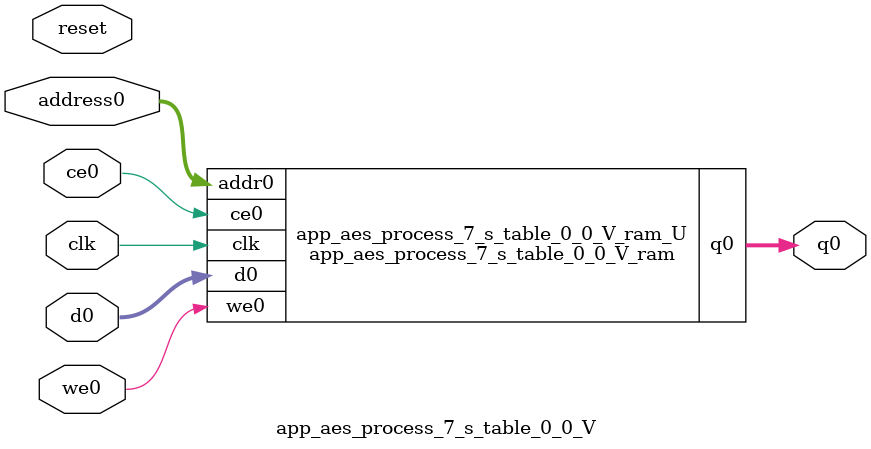
<source format=v>

`timescale 1 ns / 1 ps
module app_aes_process_7_s_table_0_0_V_ram (addr0, ce0, d0, we0, q0,  clk);

parameter DWIDTH = 8;
parameter AWIDTH = 6;
parameter MEM_SIZE = 64;

input[AWIDTH-1:0] addr0;
input ce0;
input[DWIDTH-1:0] d0;
input we0;
output reg[DWIDTH-1:0] q0;
input clk;

(* ram_style = "distributed" *)reg [DWIDTH-1:0] ram[0:MEM_SIZE-1];




always @(posedge clk)  
begin 
    if (ce0) 
    begin
        if (we0) 
        begin 
            ram[addr0] <= d0; 
            q0 <= d0;
        end 
        else 
            q0 <= ram[addr0];
    end
end


endmodule


`timescale 1 ns / 1 ps
module app_aes_process_7_s_table_0_0_V(
    reset,
    clk,
    address0,
    ce0,
    we0,
    d0,
    q0);

parameter DataWidth = 32'd8;
parameter AddressRange = 32'd64;
parameter AddressWidth = 32'd6;
input reset;
input clk;
input[AddressWidth - 1:0] address0;
input ce0;
input we0;
input[DataWidth - 1:0] d0;
output[DataWidth - 1:0] q0;



app_aes_process_7_s_table_0_0_V_ram app_aes_process_7_s_table_0_0_V_ram_U(
    .clk( clk ),
    .addr0( address0 ),
    .ce0( ce0 ),
    .d0( d0 ),
    .we0( we0 ),
    .q0( q0 ));

endmodule


</source>
